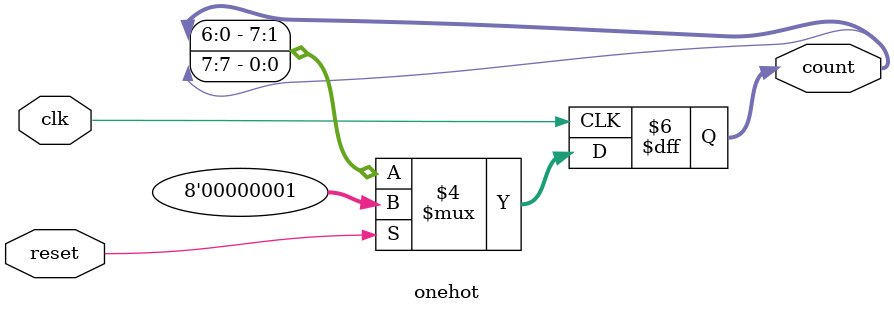
<source format=sv>
module onehot ( input logic clk,
                input logic reset,
                output logic[7:0] count );

  always_ff @(posedge clk)
  begin
    if (reset == 1) begin
      count <= 8'h01;
    end else begin
      count <= {count[6:0], count[7]};
    end
  end

endmodule


</source>
